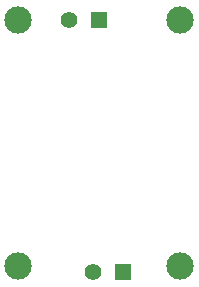
<source format=gbs>
G04 (created by PCBNEW (2014-01-10 BZR 4027)-stable) date sab 21 mar 2015 15:48:28 CET*
%MOIN*%
G04 Gerber Fmt 3.4, Leading zero omitted, Abs format*
%FSLAX34Y34*%
G01*
G70*
G90*
G04 APERTURE LIST*
%ADD10C,0.00590551*%
%ADD11R,0.055X0.055*%
%ADD12C,0.055*%
%ADD13C,0.0912598*%
G04 APERTURE END LIST*
G54D10*
G54D11*
X57900Y-28000D03*
G54D12*
X56900Y-28000D03*
G54D11*
X57100Y-19600D03*
G54D12*
X56100Y-19600D03*
G54D13*
X59800Y-19600D03*
X54400Y-19600D03*
X59800Y-27800D03*
X54400Y-27800D03*
M02*

</source>
